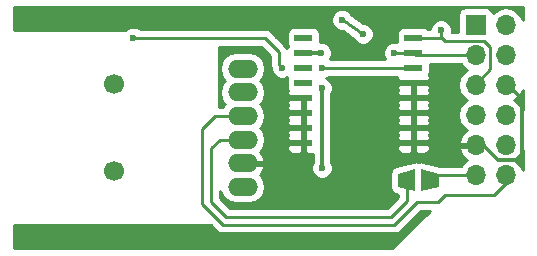
<source format=gtl>
G04 #@! TF.FileFunction,Copper,L1,Top,Signal*
%FSLAX46Y46*%
G04 Gerber Fmt 4.6, Leading zero omitted, Abs format (unit mm)*
G04 Created by KiCad (PCBNEW 4.0.5-e0-6337~49~ubuntu14.04.1) date Sun Mar 12 14:50:38 2017*
%MOMM*%
%LPD*%
G01*
G04 APERTURE LIST*
%ADD10C,0.100000*%
%ADD11C,0.600000*%
%ADD12R,1.700000X1.700000*%
%ADD13O,1.700000X1.700000*%
%ADD14O,2.540000X1.524000*%
%ADD15R,1.500000X0.600000*%
%ADD16C,1.700000*%
%ADD17C,0.300000*%
%ADD18C,0.250000*%
%ADD19C,0.254000*%
G04 APERTURE END LIST*
D10*
D11*
X155829000Y-116713000D03*
X155829000Y-107188000D03*
X145542000Y-107188000D03*
X134747000Y-107188000D03*
X134747000Y-126492000D03*
X145669000Y-126492000D03*
X155956000Y-126492000D03*
X165989000Y-126492000D03*
X171259500Y-111887000D03*
X171259500Y-108648500D03*
X156400500Y-109093000D03*
X155003500Y-110299500D03*
D10*
G36*
X170025000Y-120735000D02*
X170025000Y-121835000D01*
X168525000Y-122235000D01*
X168525000Y-120335000D01*
X170025000Y-120735000D01*
X170025000Y-120735000D01*
G37*
G36*
X168025000Y-120335000D02*
X168025000Y-122235000D01*
X166525000Y-121835000D01*
X166525000Y-120735000D01*
X168025000Y-120335000D01*
X168025000Y-120335000D01*
G37*
D12*
X173125476Y-108140000D03*
D13*
X175665476Y-108140000D03*
X173125476Y-110680000D03*
X175665476Y-110680000D03*
X173125476Y-113220000D03*
X175665476Y-113220000D03*
X173125476Y-115760000D03*
X175665476Y-115760000D03*
X173125476Y-118300000D03*
X175665476Y-118300000D03*
X173125476Y-120840000D03*
X175665476Y-120840000D03*
D14*
X153384000Y-111840000D03*
X153384000Y-113840000D03*
X153384000Y-115840000D03*
X153384000Y-117840000D03*
X153384000Y-119840000D03*
X153384000Y-121840000D03*
D15*
X158545000Y-109220000D03*
X158545000Y-110490000D03*
X158545000Y-111760000D03*
X158545000Y-113030000D03*
X158545000Y-114300000D03*
X158545000Y-115570000D03*
X158545000Y-116840000D03*
X158545000Y-118110000D03*
X167845000Y-118110000D03*
X167845000Y-116840000D03*
X167845000Y-115570000D03*
X167845000Y-114300000D03*
X167845000Y-113030000D03*
X167845000Y-111760000D03*
X167845000Y-110490000D03*
X167845000Y-109220000D03*
D16*
X142494000Y-113157000D03*
X142494000Y-120523000D03*
D11*
X155829000Y-112903000D03*
X160121600Y-120243600D03*
X160121600Y-113487200D03*
X160020000Y-110490000D03*
X169481500Y-118237000D03*
X166243000Y-113030000D03*
X166243000Y-110490000D03*
X170180000Y-108585000D03*
X163576000Y-108902500D03*
X161798000Y-107696000D03*
X144145000Y-109220000D03*
X156718000Y-111760000D03*
X160147000Y-111760000D03*
D17*
X160121600Y-113487200D02*
X160121600Y-120243600D01*
X153464000Y-121920000D02*
X153384000Y-121840000D01*
X158545000Y-110490000D02*
X160020000Y-110490000D01*
X167845000Y-115570000D02*
X169214800Y-115570000D01*
X169481500Y-115836700D02*
X169481500Y-116840000D01*
X169214800Y-115570000D02*
X169481500Y-115836700D01*
X167845000Y-114300000D02*
X166420800Y-114300000D01*
X166243000Y-114122200D02*
X166243000Y-113030000D01*
X166420800Y-114300000D02*
X166243000Y-114122200D01*
X158545000Y-115570000D02*
X156972000Y-115570000D01*
X156972000Y-115570000D02*
X156718000Y-115824000D01*
X158545000Y-116840000D02*
X157035500Y-116840000D01*
X157035500Y-116840000D02*
X156718000Y-116522500D01*
X158545000Y-114300000D02*
X157162500Y-114300000D01*
X157226000Y-118110000D02*
X158545000Y-118110000D01*
X156718000Y-117602000D02*
X156781500Y-117665500D01*
X156781500Y-117665500D02*
X157226000Y-118110000D01*
X156718000Y-114744500D02*
X156718000Y-115824000D01*
X156718000Y-115824000D02*
X156718000Y-116522500D01*
X156718000Y-116522500D02*
X156718000Y-117602000D01*
X157162500Y-114300000D02*
X156718000Y-114744500D01*
X175665476Y-113220000D02*
X175894500Y-113220000D01*
X175894500Y-113220000D02*
X177038000Y-114363500D01*
X177038000Y-114363500D02*
X177038000Y-119253000D01*
X177038000Y-119253000D02*
X176720500Y-119570500D01*
X176720500Y-119570500D02*
X175006000Y-119570500D01*
X175006000Y-119570500D02*
X173735500Y-118300000D01*
X173735500Y-118300000D02*
X173125476Y-118300000D01*
X169481500Y-118237000D02*
X169481500Y-118110000D01*
X167845000Y-118110000D02*
X169481500Y-118110000D01*
X169481500Y-118110000D02*
X169481500Y-116840000D01*
X167845000Y-116840000D02*
X169481500Y-116840000D01*
X166243000Y-113030000D02*
X167845000Y-113030000D01*
D18*
X173125476Y-120840000D02*
X169720000Y-120840000D01*
X169720000Y-120840000D02*
X169275000Y-121285000D01*
X167275000Y-121285000D02*
X167275000Y-123047000D01*
X151463500Y-117840000D02*
X153384000Y-117840000D01*
X150749000Y-118554500D02*
X151463500Y-117840000D01*
X150749000Y-123126500D02*
X150749000Y-118554500D01*
X152019000Y-124396500D02*
X150749000Y-123126500D01*
X165925500Y-124396500D02*
X152019000Y-124396500D01*
X167275000Y-123047000D02*
X165925500Y-124396500D01*
X173125476Y-110680000D02*
X168035000Y-110680000D01*
X168035000Y-110680000D02*
X167845000Y-110490000D01*
X166243000Y-110490000D02*
X167845000Y-110490000D01*
X173125476Y-113220000D02*
X173125476Y-113132524D01*
X173125476Y-113132524D02*
X174371000Y-111887000D01*
X170497500Y-109474000D02*
X170180000Y-109156500D01*
X173863000Y-109474000D02*
X170497500Y-109474000D01*
X174371000Y-109982000D02*
X173863000Y-109474000D01*
X174371000Y-111887000D02*
X174371000Y-109982000D01*
X173125476Y-113220000D02*
X172465500Y-113220000D01*
X170180000Y-108585000D02*
X170180000Y-109029500D01*
X170180000Y-109029500D02*
X170180000Y-109156500D01*
X170180000Y-109156500D02*
X170180000Y-109220000D01*
X167845000Y-109220000D02*
X170180000Y-109220000D01*
X163576000Y-108902500D02*
X161861500Y-107696000D01*
X161861500Y-107696000D02*
X161798000Y-107696000D01*
X175665476Y-120840000D02*
X175665476Y-121514524D01*
X175665476Y-121514524D02*
X174688500Y-122491500D01*
X151066500Y-115824000D02*
X153368000Y-115824000D01*
X149987000Y-116903500D02*
X151066500Y-115824000D01*
X149987000Y-123317000D02*
X149987000Y-116903500D01*
X151701500Y-125031500D02*
X149987000Y-123317000D01*
X166243000Y-125031500D02*
X151701500Y-125031500D01*
X168148000Y-123126500D02*
X166243000Y-125031500D01*
X169926000Y-123126500D02*
X168148000Y-123126500D01*
X170561000Y-122491500D02*
X169926000Y-123126500D01*
X174688500Y-122491500D02*
X170561000Y-122491500D01*
X153368000Y-115824000D02*
X153384000Y-115840000D01*
X167845000Y-111760000D02*
X160147000Y-111760000D01*
X155257500Y-109220000D02*
X144145000Y-109220000D01*
X156464000Y-110426500D02*
X155257500Y-109220000D01*
X156464000Y-111506000D02*
X156464000Y-110426500D01*
X156718000Y-111760000D02*
X156464000Y-111506000D01*
D19*
G36*
X166075908Y-127052000D02*
X134060000Y-127052000D01*
X134060000Y-125095000D01*
X150690198Y-125095000D01*
X151164099Y-125568901D01*
X151410661Y-125733648D01*
X151701500Y-125791500D01*
X166243000Y-125791500D01*
X166533839Y-125733648D01*
X166780401Y-125568901D01*
X168462802Y-123886500D01*
X169241408Y-123886500D01*
X166075908Y-127052000D01*
X166075908Y-127052000D01*
G37*
X166075908Y-127052000D02*
X134060000Y-127052000D01*
X134060000Y-125095000D01*
X150690198Y-125095000D01*
X151164099Y-125568901D01*
X151410661Y-125733648D01*
X151701500Y-125791500D01*
X166243000Y-125791500D01*
X166533839Y-125733648D01*
X166780401Y-125568901D01*
X168462802Y-123886500D01*
X169241408Y-123886500D01*
X166075908Y-127052000D01*
G36*
X155704000Y-110741302D02*
X155704000Y-111506000D01*
X155761852Y-111796839D01*
X155782940Y-111828399D01*
X155782838Y-111945167D01*
X155924883Y-112288943D01*
X156187673Y-112552192D01*
X156531201Y-112694838D01*
X156903167Y-112695162D01*
X157177576Y-112581779D01*
X157147560Y-112730000D01*
X157147560Y-113330000D01*
X157191838Y-113565317D01*
X157250178Y-113655980D01*
X157160000Y-113873690D01*
X157160000Y-114014250D01*
X157318750Y-114173000D01*
X158418000Y-114173000D01*
X158418000Y-114153000D01*
X158672000Y-114153000D01*
X158672000Y-114173000D01*
X158692000Y-114173000D01*
X158692000Y-114427000D01*
X158672000Y-114427000D01*
X158672000Y-115443000D01*
X158692000Y-115443000D01*
X158692000Y-115697000D01*
X158672000Y-115697000D01*
X158672000Y-116713000D01*
X158692000Y-116713000D01*
X158692000Y-116967000D01*
X158672000Y-116967000D01*
X158672000Y-117983000D01*
X158692000Y-117983000D01*
X158692000Y-118237000D01*
X158672000Y-118237000D01*
X158672000Y-118886250D01*
X158830750Y-119045000D01*
X159336600Y-119045000D01*
X159336600Y-119706094D01*
X159329408Y-119713273D01*
X159186762Y-120056801D01*
X159186438Y-120428767D01*
X159328483Y-120772543D01*
X159591273Y-121035792D01*
X159934801Y-121178438D01*
X160306767Y-121178762D01*
X160650543Y-121036717D01*
X160913792Y-120773927D01*
X161056438Y-120430399D01*
X161056762Y-120058433D01*
X160914717Y-119714657D01*
X160906600Y-119706526D01*
X160906600Y-118395750D01*
X166460000Y-118395750D01*
X166460000Y-118536310D01*
X166556673Y-118769699D01*
X166735302Y-118948327D01*
X166968691Y-119045000D01*
X167559250Y-119045000D01*
X167718000Y-118886250D01*
X167718000Y-118237000D01*
X167972000Y-118237000D01*
X167972000Y-118886250D01*
X168130750Y-119045000D01*
X168721309Y-119045000D01*
X168954698Y-118948327D01*
X169133327Y-118769699D01*
X169230000Y-118536310D01*
X169230000Y-118395750D01*
X169071250Y-118237000D01*
X167972000Y-118237000D01*
X167718000Y-118237000D01*
X166618750Y-118237000D01*
X166460000Y-118395750D01*
X160906600Y-118395750D01*
X160906600Y-117125750D01*
X166460000Y-117125750D01*
X166460000Y-117266310D01*
X166546442Y-117475000D01*
X166460000Y-117683690D01*
X166460000Y-117824250D01*
X166618750Y-117983000D01*
X167718000Y-117983000D01*
X167718000Y-116967000D01*
X167972000Y-116967000D01*
X167972000Y-117983000D01*
X169071250Y-117983000D01*
X169230000Y-117824250D01*
X169230000Y-117683690D01*
X169143558Y-117475000D01*
X169230000Y-117266310D01*
X169230000Y-117125750D01*
X169071250Y-116967000D01*
X167972000Y-116967000D01*
X167718000Y-116967000D01*
X166618750Y-116967000D01*
X166460000Y-117125750D01*
X160906600Y-117125750D01*
X160906600Y-115855750D01*
X166460000Y-115855750D01*
X166460000Y-115996310D01*
X166546442Y-116205000D01*
X166460000Y-116413690D01*
X166460000Y-116554250D01*
X166618750Y-116713000D01*
X167718000Y-116713000D01*
X167718000Y-115697000D01*
X167972000Y-115697000D01*
X167972000Y-116713000D01*
X169071250Y-116713000D01*
X169230000Y-116554250D01*
X169230000Y-116413690D01*
X169143558Y-116205000D01*
X169230000Y-115996310D01*
X169230000Y-115855750D01*
X169071250Y-115697000D01*
X167972000Y-115697000D01*
X167718000Y-115697000D01*
X166618750Y-115697000D01*
X166460000Y-115855750D01*
X160906600Y-115855750D01*
X160906600Y-114585750D01*
X166460000Y-114585750D01*
X166460000Y-114726310D01*
X166546442Y-114935000D01*
X166460000Y-115143690D01*
X166460000Y-115284250D01*
X166618750Y-115443000D01*
X167718000Y-115443000D01*
X167718000Y-114427000D01*
X167972000Y-114427000D01*
X167972000Y-115443000D01*
X169071250Y-115443000D01*
X169230000Y-115284250D01*
X169230000Y-115143690D01*
X169143558Y-114935000D01*
X169230000Y-114726310D01*
X169230000Y-114585750D01*
X169071250Y-114427000D01*
X167972000Y-114427000D01*
X167718000Y-114427000D01*
X166618750Y-114427000D01*
X166460000Y-114585750D01*
X160906600Y-114585750D01*
X160906600Y-114024706D01*
X160913792Y-114017527D01*
X161056438Y-113673999D01*
X161056750Y-113315750D01*
X166460000Y-113315750D01*
X166460000Y-113456310D01*
X166546442Y-113665000D01*
X166460000Y-113873690D01*
X166460000Y-114014250D01*
X166618750Y-114173000D01*
X167718000Y-114173000D01*
X167718000Y-113157000D01*
X167972000Y-113157000D01*
X167972000Y-114173000D01*
X169071250Y-114173000D01*
X169230000Y-114014250D01*
X169230000Y-113873690D01*
X169143558Y-113665000D01*
X169230000Y-113456310D01*
X169230000Y-113315750D01*
X169071250Y-113157000D01*
X167972000Y-113157000D01*
X167718000Y-113157000D01*
X166618750Y-113157000D01*
X166460000Y-113315750D01*
X161056750Y-113315750D01*
X161056762Y-113302033D01*
X160914717Y-112958257D01*
X160651927Y-112695008D01*
X160492628Y-112628861D01*
X160675943Y-112553117D01*
X160709118Y-112520000D01*
X166494666Y-112520000D01*
X166460000Y-112603690D01*
X166460000Y-112744250D01*
X166618750Y-112903000D01*
X167718000Y-112903000D01*
X167718000Y-112883000D01*
X167972000Y-112883000D01*
X167972000Y-112903000D01*
X169071250Y-112903000D01*
X169230000Y-112744250D01*
X169230000Y-112603690D01*
X169140194Y-112386878D01*
X169191431Y-112311890D01*
X169242440Y-112060000D01*
X169242440Y-111460000D01*
X169238677Y-111440000D01*
X171852522Y-111440000D01*
X172046329Y-111730054D01*
X172375502Y-111950000D01*
X172046329Y-112169946D01*
X171724422Y-112651715D01*
X171611383Y-113220000D01*
X171724422Y-113788285D01*
X172046329Y-114270054D01*
X172375502Y-114490000D01*
X172046329Y-114709946D01*
X171724422Y-115191715D01*
X171611383Y-115760000D01*
X171724422Y-116328285D01*
X172046329Y-116810054D01*
X172387029Y-117037702D01*
X172244118Y-117104817D01*
X171853831Y-117533076D01*
X171684000Y-117943110D01*
X171805321Y-118173000D01*
X172998476Y-118173000D01*
X172998476Y-118153000D01*
X173252476Y-118153000D01*
X173252476Y-118173000D01*
X173272476Y-118173000D01*
X173272476Y-118427000D01*
X173252476Y-118427000D01*
X173252476Y-118447000D01*
X172998476Y-118447000D01*
X172998476Y-118427000D01*
X171805321Y-118427000D01*
X171684000Y-118656890D01*
X171853831Y-119066924D01*
X172244118Y-119495183D01*
X172387029Y-119562298D01*
X172046329Y-119789946D01*
X171852522Y-120080000D01*
X170081492Y-120080000D01*
X168691821Y-119709421D01*
X168542887Y-119687807D01*
X168289683Y-119731838D01*
X168265958Y-119747105D01*
X168114707Y-119693805D01*
X167858179Y-119709421D01*
X166358179Y-120109421D01*
X166073559Y-120270910D01*
X165928569Y-120483110D01*
X165877560Y-120735000D01*
X165877560Y-121835000D01*
X165960261Y-122151619D01*
X166127937Y-122346390D01*
X166358179Y-122460579D01*
X166515000Y-122502398D01*
X166515000Y-122732198D01*
X165610698Y-123636500D01*
X152333802Y-123636500D01*
X151509000Y-122811698D01*
X151509000Y-122178447D01*
X151548019Y-122374609D01*
X151850851Y-122827828D01*
X152304070Y-123130660D01*
X152838679Y-123237000D01*
X153929321Y-123237000D01*
X154463930Y-123130660D01*
X154917149Y-122827828D01*
X155219981Y-122374609D01*
X155326321Y-121840000D01*
X155219981Y-121305391D01*
X154917149Y-120852172D01*
X154868562Y-120819707D01*
X154969630Y-120738026D01*
X155231260Y-120257277D01*
X155246220Y-120183070D01*
X155123720Y-119967000D01*
X153511000Y-119967000D01*
X153511000Y-119987000D01*
X153257000Y-119987000D01*
X153257000Y-119967000D01*
X153237000Y-119967000D01*
X153237000Y-119713000D01*
X153257000Y-119713000D01*
X153257000Y-119693000D01*
X153511000Y-119693000D01*
X153511000Y-119713000D01*
X155123720Y-119713000D01*
X155246220Y-119496930D01*
X155231260Y-119422723D01*
X154969630Y-118941974D01*
X154868562Y-118860293D01*
X154917149Y-118827828D01*
X155205855Y-118395750D01*
X157160000Y-118395750D01*
X157160000Y-118536310D01*
X157256673Y-118769699D01*
X157435302Y-118948327D01*
X157668691Y-119045000D01*
X158259250Y-119045000D01*
X158418000Y-118886250D01*
X158418000Y-118237000D01*
X157318750Y-118237000D01*
X157160000Y-118395750D01*
X155205855Y-118395750D01*
X155219981Y-118374609D01*
X155326321Y-117840000D01*
X155219981Y-117305391D01*
X155099949Y-117125750D01*
X157160000Y-117125750D01*
X157160000Y-117266310D01*
X157246442Y-117475000D01*
X157160000Y-117683690D01*
X157160000Y-117824250D01*
X157318750Y-117983000D01*
X158418000Y-117983000D01*
X158418000Y-116967000D01*
X157318750Y-116967000D01*
X157160000Y-117125750D01*
X155099949Y-117125750D01*
X154917149Y-116852172D01*
X154898932Y-116840000D01*
X154917149Y-116827828D01*
X155219981Y-116374609D01*
X155323188Y-115855750D01*
X157160000Y-115855750D01*
X157160000Y-115996310D01*
X157246442Y-116205000D01*
X157160000Y-116413690D01*
X157160000Y-116554250D01*
X157318750Y-116713000D01*
X158418000Y-116713000D01*
X158418000Y-115697000D01*
X157318750Y-115697000D01*
X157160000Y-115855750D01*
X155323188Y-115855750D01*
X155326321Y-115840000D01*
X155219981Y-115305391D01*
X154917149Y-114852172D01*
X154898932Y-114840000D01*
X154917149Y-114827828D01*
X155078900Y-114585750D01*
X157160000Y-114585750D01*
X157160000Y-114726310D01*
X157246442Y-114935000D01*
X157160000Y-115143690D01*
X157160000Y-115284250D01*
X157318750Y-115443000D01*
X158418000Y-115443000D01*
X158418000Y-114427000D01*
X157318750Y-114427000D01*
X157160000Y-114585750D01*
X155078900Y-114585750D01*
X155219981Y-114374609D01*
X155326321Y-113840000D01*
X155219981Y-113305391D01*
X154917149Y-112852172D01*
X154898932Y-112840000D01*
X154917149Y-112827828D01*
X155219981Y-112374609D01*
X155326321Y-111840000D01*
X155219981Y-111305391D01*
X154917149Y-110852172D01*
X154463930Y-110549340D01*
X153929321Y-110443000D01*
X152838679Y-110443000D01*
X152304070Y-110549340D01*
X151850851Y-110852172D01*
X151548019Y-111305391D01*
X151441679Y-111840000D01*
X151548019Y-112374609D01*
X151850851Y-112827828D01*
X151869068Y-112840000D01*
X151850851Y-112852172D01*
X151548019Y-113305391D01*
X151441679Y-113840000D01*
X151548019Y-114374609D01*
X151850851Y-114827828D01*
X151869068Y-114840000D01*
X151850851Y-114852172D01*
X151709312Y-115064000D01*
X151433629Y-115064000D01*
X151393910Y-109980000D01*
X154942698Y-109980000D01*
X155704000Y-110741302D01*
X155704000Y-110741302D01*
G37*
X155704000Y-110741302D02*
X155704000Y-111506000D01*
X155761852Y-111796839D01*
X155782940Y-111828399D01*
X155782838Y-111945167D01*
X155924883Y-112288943D01*
X156187673Y-112552192D01*
X156531201Y-112694838D01*
X156903167Y-112695162D01*
X157177576Y-112581779D01*
X157147560Y-112730000D01*
X157147560Y-113330000D01*
X157191838Y-113565317D01*
X157250178Y-113655980D01*
X157160000Y-113873690D01*
X157160000Y-114014250D01*
X157318750Y-114173000D01*
X158418000Y-114173000D01*
X158418000Y-114153000D01*
X158672000Y-114153000D01*
X158672000Y-114173000D01*
X158692000Y-114173000D01*
X158692000Y-114427000D01*
X158672000Y-114427000D01*
X158672000Y-115443000D01*
X158692000Y-115443000D01*
X158692000Y-115697000D01*
X158672000Y-115697000D01*
X158672000Y-116713000D01*
X158692000Y-116713000D01*
X158692000Y-116967000D01*
X158672000Y-116967000D01*
X158672000Y-117983000D01*
X158692000Y-117983000D01*
X158692000Y-118237000D01*
X158672000Y-118237000D01*
X158672000Y-118886250D01*
X158830750Y-119045000D01*
X159336600Y-119045000D01*
X159336600Y-119706094D01*
X159329408Y-119713273D01*
X159186762Y-120056801D01*
X159186438Y-120428767D01*
X159328483Y-120772543D01*
X159591273Y-121035792D01*
X159934801Y-121178438D01*
X160306767Y-121178762D01*
X160650543Y-121036717D01*
X160913792Y-120773927D01*
X161056438Y-120430399D01*
X161056762Y-120058433D01*
X160914717Y-119714657D01*
X160906600Y-119706526D01*
X160906600Y-118395750D01*
X166460000Y-118395750D01*
X166460000Y-118536310D01*
X166556673Y-118769699D01*
X166735302Y-118948327D01*
X166968691Y-119045000D01*
X167559250Y-119045000D01*
X167718000Y-118886250D01*
X167718000Y-118237000D01*
X167972000Y-118237000D01*
X167972000Y-118886250D01*
X168130750Y-119045000D01*
X168721309Y-119045000D01*
X168954698Y-118948327D01*
X169133327Y-118769699D01*
X169230000Y-118536310D01*
X169230000Y-118395750D01*
X169071250Y-118237000D01*
X167972000Y-118237000D01*
X167718000Y-118237000D01*
X166618750Y-118237000D01*
X166460000Y-118395750D01*
X160906600Y-118395750D01*
X160906600Y-117125750D01*
X166460000Y-117125750D01*
X166460000Y-117266310D01*
X166546442Y-117475000D01*
X166460000Y-117683690D01*
X166460000Y-117824250D01*
X166618750Y-117983000D01*
X167718000Y-117983000D01*
X167718000Y-116967000D01*
X167972000Y-116967000D01*
X167972000Y-117983000D01*
X169071250Y-117983000D01*
X169230000Y-117824250D01*
X169230000Y-117683690D01*
X169143558Y-117475000D01*
X169230000Y-117266310D01*
X169230000Y-117125750D01*
X169071250Y-116967000D01*
X167972000Y-116967000D01*
X167718000Y-116967000D01*
X166618750Y-116967000D01*
X166460000Y-117125750D01*
X160906600Y-117125750D01*
X160906600Y-115855750D01*
X166460000Y-115855750D01*
X166460000Y-115996310D01*
X166546442Y-116205000D01*
X166460000Y-116413690D01*
X166460000Y-116554250D01*
X166618750Y-116713000D01*
X167718000Y-116713000D01*
X167718000Y-115697000D01*
X167972000Y-115697000D01*
X167972000Y-116713000D01*
X169071250Y-116713000D01*
X169230000Y-116554250D01*
X169230000Y-116413690D01*
X169143558Y-116205000D01*
X169230000Y-115996310D01*
X169230000Y-115855750D01*
X169071250Y-115697000D01*
X167972000Y-115697000D01*
X167718000Y-115697000D01*
X166618750Y-115697000D01*
X166460000Y-115855750D01*
X160906600Y-115855750D01*
X160906600Y-114585750D01*
X166460000Y-114585750D01*
X166460000Y-114726310D01*
X166546442Y-114935000D01*
X166460000Y-115143690D01*
X166460000Y-115284250D01*
X166618750Y-115443000D01*
X167718000Y-115443000D01*
X167718000Y-114427000D01*
X167972000Y-114427000D01*
X167972000Y-115443000D01*
X169071250Y-115443000D01*
X169230000Y-115284250D01*
X169230000Y-115143690D01*
X169143558Y-114935000D01*
X169230000Y-114726310D01*
X169230000Y-114585750D01*
X169071250Y-114427000D01*
X167972000Y-114427000D01*
X167718000Y-114427000D01*
X166618750Y-114427000D01*
X166460000Y-114585750D01*
X160906600Y-114585750D01*
X160906600Y-114024706D01*
X160913792Y-114017527D01*
X161056438Y-113673999D01*
X161056750Y-113315750D01*
X166460000Y-113315750D01*
X166460000Y-113456310D01*
X166546442Y-113665000D01*
X166460000Y-113873690D01*
X166460000Y-114014250D01*
X166618750Y-114173000D01*
X167718000Y-114173000D01*
X167718000Y-113157000D01*
X167972000Y-113157000D01*
X167972000Y-114173000D01*
X169071250Y-114173000D01*
X169230000Y-114014250D01*
X169230000Y-113873690D01*
X169143558Y-113665000D01*
X169230000Y-113456310D01*
X169230000Y-113315750D01*
X169071250Y-113157000D01*
X167972000Y-113157000D01*
X167718000Y-113157000D01*
X166618750Y-113157000D01*
X166460000Y-113315750D01*
X161056750Y-113315750D01*
X161056762Y-113302033D01*
X160914717Y-112958257D01*
X160651927Y-112695008D01*
X160492628Y-112628861D01*
X160675943Y-112553117D01*
X160709118Y-112520000D01*
X166494666Y-112520000D01*
X166460000Y-112603690D01*
X166460000Y-112744250D01*
X166618750Y-112903000D01*
X167718000Y-112903000D01*
X167718000Y-112883000D01*
X167972000Y-112883000D01*
X167972000Y-112903000D01*
X169071250Y-112903000D01*
X169230000Y-112744250D01*
X169230000Y-112603690D01*
X169140194Y-112386878D01*
X169191431Y-112311890D01*
X169242440Y-112060000D01*
X169242440Y-111460000D01*
X169238677Y-111440000D01*
X171852522Y-111440000D01*
X172046329Y-111730054D01*
X172375502Y-111950000D01*
X172046329Y-112169946D01*
X171724422Y-112651715D01*
X171611383Y-113220000D01*
X171724422Y-113788285D01*
X172046329Y-114270054D01*
X172375502Y-114490000D01*
X172046329Y-114709946D01*
X171724422Y-115191715D01*
X171611383Y-115760000D01*
X171724422Y-116328285D01*
X172046329Y-116810054D01*
X172387029Y-117037702D01*
X172244118Y-117104817D01*
X171853831Y-117533076D01*
X171684000Y-117943110D01*
X171805321Y-118173000D01*
X172998476Y-118173000D01*
X172998476Y-118153000D01*
X173252476Y-118153000D01*
X173252476Y-118173000D01*
X173272476Y-118173000D01*
X173272476Y-118427000D01*
X173252476Y-118427000D01*
X173252476Y-118447000D01*
X172998476Y-118447000D01*
X172998476Y-118427000D01*
X171805321Y-118427000D01*
X171684000Y-118656890D01*
X171853831Y-119066924D01*
X172244118Y-119495183D01*
X172387029Y-119562298D01*
X172046329Y-119789946D01*
X171852522Y-120080000D01*
X170081492Y-120080000D01*
X168691821Y-119709421D01*
X168542887Y-119687807D01*
X168289683Y-119731838D01*
X168265958Y-119747105D01*
X168114707Y-119693805D01*
X167858179Y-119709421D01*
X166358179Y-120109421D01*
X166073559Y-120270910D01*
X165928569Y-120483110D01*
X165877560Y-120735000D01*
X165877560Y-121835000D01*
X165960261Y-122151619D01*
X166127937Y-122346390D01*
X166358179Y-122460579D01*
X166515000Y-122502398D01*
X166515000Y-122732198D01*
X165610698Y-123636500D01*
X152333802Y-123636500D01*
X151509000Y-122811698D01*
X151509000Y-122178447D01*
X151548019Y-122374609D01*
X151850851Y-122827828D01*
X152304070Y-123130660D01*
X152838679Y-123237000D01*
X153929321Y-123237000D01*
X154463930Y-123130660D01*
X154917149Y-122827828D01*
X155219981Y-122374609D01*
X155326321Y-121840000D01*
X155219981Y-121305391D01*
X154917149Y-120852172D01*
X154868562Y-120819707D01*
X154969630Y-120738026D01*
X155231260Y-120257277D01*
X155246220Y-120183070D01*
X155123720Y-119967000D01*
X153511000Y-119967000D01*
X153511000Y-119987000D01*
X153257000Y-119987000D01*
X153257000Y-119967000D01*
X153237000Y-119967000D01*
X153237000Y-119713000D01*
X153257000Y-119713000D01*
X153257000Y-119693000D01*
X153511000Y-119693000D01*
X153511000Y-119713000D01*
X155123720Y-119713000D01*
X155246220Y-119496930D01*
X155231260Y-119422723D01*
X154969630Y-118941974D01*
X154868562Y-118860293D01*
X154917149Y-118827828D01*
X155205855Y-118395750D01*
X157160000Y-118395750D01*
X157160000Y-118536310D01*
X157256673Y-118769699D01*
X157435302Y-118948327D01*
X157668691Y-119045000D01*
X158259250Y-119045000D01*
X158418000Y-118886250D01*
X158418000Y-118237000D01*
X157318750Y-118237000D01*
X157160000Y-118395750D01*
X155205855Y-118395750D01*
X155219981Y-118374609D01*
X155326321Y-117840000D01*
X155219981Y-117305391D01*
X155099949Y-117125750D01*
X157160000Y-117125750D01*
X157160000Y-117266310D01*
X157246442Y-117475000D01*
X157160000Y-117683690D01*
X157160000Y-117824250D01*
X157318750Y-117983000D01*
X158418000Y-117983000D01*
X158418000Y-116967000D01*
X157318750Y-116967000D01*
X157160000Y-117125750D01*
X155099949Y-117125750D01*
X154917149Y-116852172D01*
X154898932Y-116840000D01*
X154917149Y-116827828D01*
X155219981Y-116374609D01*
X155323188Y-115855750D01*
X157160000Y-115855750D01*
X157160000Y-115996310D01*
X157246442Y-116205000D01*
X157160000Y-116413690D01*
X157160000Y-116554250D01*
X157318750Y-116713000D01*
X158418000Y-116713000D01*
X158418000Y-115697000D01*
X157318750Y-115697000D01*
X157160000Y-115855750D01*
X155323188Y-115855750D01*
X155326321Y-115840000D01*
X155219981Y-115305391D01*
X154917149Y-114852172D01*
X154898932Y-114840000D01*
X154917149Y-114827828D01*
X155078900Y-114585750D01*
X157160000Y-114585750D01*
X157160000Y-114726310D01*
X157246442Y-114935000D01*
X157160000Y-115143690D01*
X157160000Y-115284250D01*
X157318750Y-115443000D01*
X158418000Y-115443000D01*
X158418000Y-114427000D01*
X157318750Y-114427000D01*
X157160000Y-114585750D01*
X155078900Y-114585750D01*
X155219981Y-114374609D01*
X155326321Y-113840000D01*
X155219981Y-113305391D01*
X154917149Y-112852172D01*
X154898932Y-112840000D01*
X154917149Y-112827828D01*
X155219981Y-112374609D01*
X155326321Y-111840000D01*
X155219981Y-111305391D01*
X154917149Y-110852172D01*
X154463930Y-110549340D01*
X153929321Y-110443000D01*
X152838679Y-110443000D01*
X152304070Y-110549340D01*
X151850851Y-110852172D01*
X151548019Y-111305391D01*
X151441679Y-111840000D01*
X151548019Y-112374609D01*
X151850851Y-112827828D01*
X151869068Y-112840000D01*
X151850851Y-112852172D01*
X151548019Y-113305391D01*
X151441679Y-113840000D01*
X151548019Y-114374609D01*
X151850851Y-114827828D01*
X151869068Y-114840000D01*
X151850851Y-114852172D01*
X151709312Y-115064000D01*
X151433629Y-115064000D01*
X151393910Y-109980000D01*
X154942698Y-109980000D01*
X155704000Y-110741302D01*
G36*
X177090000Y-120389707D02*
X177066530Y-120271715D01*
X176744623Y-119789946D01*
X176415450Y-119570000D01*
X176744623Y-119350054D01*
X177066530Y-118868285D01*
X177090000Y-118750293D01*
X177090000Y-120389707D01*
X177090000Y-120389707D01*
G37*
X177090000Y-120389707D02*
X177066530Y-120271715D01*
X176744623Y-119789946D01*
X176415450Y-119570000D01*
X176744623Y-119350054D01*
X177066530Y-118868285D01*
X177090000Y-118750293D01*
X177090000Y-120389707D01*
G36*
X177090000Y-115309707D02*
X177066530Y-115191715D01*
X176744623Y-114709946D01*
X176403923Y-114482298D01*
X176546834Y-114415183D01*
X176937121Y-113986924D01*
X177090000Y-113617818D01*
X177090000Y-115309707D01*
X177090000Y-115309707D01*
G37*
X177090000Y-115309707D02*
X177066530Y-115191715D01*
X176744623Y-114709946D01*
X176403923Y-114482298D01*
X176546834Y-114415183D01*
X176937121Y-113986924D01*
X177090000Y-113617818D01*
X177090000Y-115309707D01*
G36*
X175792476Y-113093000D02*
X175812476Y-113093000D01*
X175812476Y-113347000D01*
X175792476Y-113347000D01*
X175792476Y-113367000D01*
X175538476Y-113367000D01*
X175538476Y-113347000D01*
X175518476Y-113347000D01*
X175518476Y-113093000D01*
X175538476Y-113093000D01*
X175538476Y-113073000D01*
X175792476Y-113073000D01*
X175792476Y-113093000D01*
X175792476Y-113093000D01*
G37*
X175792476Y-113093000D02*
X175812476Y-113093000D01*
X175812476Y-113347000D01*
X175792476Y-113347000D01*
X175792476Y-113367000D01*
X175538476Y-113367000D01*
X175538476Y-113347000D01*
X175518476Y-113347000D01*
X175518476Y-113093000D01*
X175538476Y-113093000D01*
X175538476Y-113073000D01*
X175792476Y-113073000D01*
X175792476Y-113093000D01*
G36*
X177090000Y-107689707D02*
X177066530Y-107571715D01*
X176744623Y-107089946D01*
X176262854Y-106768039D01*
X175694569Y-106655000D01*
X175636383Y-106655000D01*
X175068098Y-106768039D01*
X174586329Y-107089946D01*
X174585505Y-107091179D01*
X174578638Y-107054683D01*
X174439566Y-106838559D01*
X174227366Y-106693569D01*
X173975476Y-106642560D01*
X172275476Y-106642560D01*
X172040159Y-106686838D01*
X171824035Y-106825910D01*
X171679045Y-107038110D01*
X171628036Y-107290000D01*
X171628036Y-108714000D01*
X171114888Y-108714000D01*
X171115162Y-108399833D01*
X170973117Y-108056057D01*
X170710327Y-107792808D01*
X170366799Y-107650162D01*
X169994833Y-107649838D01*
X169651057Y-107791883D01*
X169387808Y-108054673D01*
X169245162Y-108398201D01*
X169245108Y-108460000D01*
X169046563Y-108460000D01*
X168846890Y-108323569D01*
X168595000Y-108272560D01*
X167095000Y-108272560D01*
X166859683Y-108316838D01*
X166643559Y-108455910D01*
X166498569Y-108668110D01*
X166447560Y-108920000D01*
X166447560Y-109520000D01*
X166456242Y-109566142D01*
X166429799Y-109555162D01*
X166057833Y-109554838D01*
X165714057Y-109696883D01*
X165450808Y-109959673D01*
X165308162Y-110303201D01*
X165307838Y-110675167D01*
X165442056Y-111000000D01*
X160820633Y-111000000D01*
X160954838Y-110676799D01*
X160955162Y-110304833D01*
X160813117Y-109961057D01*
X160550327Y-109697808D01*
X160206799Y-109555162D01*
X159935367Y-109554926D01*
X159942440Y-109520000D01*
X159942440Y-108920000D01*
X159898162Y-108684683D01*
X159759090Y-108468559D01*
X159546890Y-108323569D01*
X159295000Y-108272560D01*
X157795000Y-108272560D01*
X157559683Y-108316838D01*
X157343559Y-108455910D01*
X157198569Y-108668110D01*
X157147560Y-108920000D01*
X157147560Y-109520000D01*
X157191838Y-109755317D01*
X157255678Y-109854528D01*
X157198569Y-109938110D01*
X157160328Y-110126950D01*
X157001401Y-109889099D01*
X155794901Y-108682599D01*
X155548339Y-108517852D01*
X155257500Y-108460000D01*
X144707463Y-108460000D01*
X144675327Y-108427808D01*
X144331799Y-108285162D01*
X143959833Y-108284838D01*
X143616057Y-108426883D01*
X143457664Y-108585000D01*
X134060000Y-108585000D01*
X134060000Y-107881167D01*
X160862838Y-107881167D01*
X161004883Y-108224943D01*
X161267673Y-108488192D01*
X161611201Y-108630838D01*
X161869668Y-108631063D01*
X162690982Y-109209025D01*
X162782883Y-109431443D01*
X163045673Y-109694692D01*
X163389201Y-109837338D01*
X163761167Y-109837662D01*
X164104943Y-109695617D01*
X164368192Y-109432827D01*
X164510838Y-109089299D01*
X164511162Y-108717333D01*
X164369117Y-108373557D01*
X164106327Y-108110308D01*
X163762799Y-107967662D01*
X163567911Y-107967492D01*
X162656985Y-107326470D01*
X162591117Y-107167057D01*
X162328327Y-106903808D01*
X161984799Y-106761162D01*
X161612833Y-106760838D01*
X161269057Y-106902883D01*
X161005808Y-107165673D01*
X160863162Y-107509201D01*
X160862838Y-107881167D01*
X134060000Y-107881167D01*
X134060000Y-106628000D01*
X177090000Y-106628000D01*
X177090000Y-107689707D01*
X177090000Y-107689707D01*
G37*
X177090000Y-107689707D02*
X177066530Y-107571715D01*
X176744623Y-107089946D01*
X176262854Y-106768039D01*
X175694569Y-106655000D01*
X175636383Y-106655000D01*
X175068098Y-106768039D01*
X174586329Y-107089946D01*
X174585505Y-107091179D01*
X174578638Y-107054683D01*
X174439566Y-106838559D01*
X174227366Y-106693569D01*
X173975476Y-106642560D01*
X172275476Y-106642560D01*
X172040159Y-106686838D01*
X171824035Y-106825910D01*
X171679045Y-107038110D01*
X171628036Y-107290000D01*
X171628036Y-108714000D01*
X171114888Y-108714000D01*
X171115162Y-108399833D01*
X170973117Y-108056057D01*
X170710327Y-107792808D01*
X170366799Y-107650162D01*
X169994833Y-107649838D01*
X169651057Y-107791883D01*
X169387808Y-108054673D01*
X169245162Y-108398201D01*
X169245108Y-108460000D01*
X169046563Y-108460000D01*
X168846890Y-108323569D01*
X168595000Y-108272560D01*
X167095000Y-108272560D01*
X166859683Y-108316838D01*
X166643559Y-108455910D01*
X166498569Y-108668110D01*
X166447560Y-108920000D01*
X166447560Y-109520000D01*
X166456242Y-109566142D01*
X166429799Y-109555162D01*
X166057833Y-109554838D01*
X165714057Y-109696883D01*
X165450808Y-109959673D01*
X165308162Y-110303201D01*
X165307838Y-110675167D01*
X165442056Y-111000000D01*
X160820633Y-111000000D01*
X160954838Y-110676799D01*
X160955162Y-110304833D01*
X160813117Y-109961057D01*
X160550327Y-109697808D01*
X160206799Y-109555162D01*
X159935367Y-109554926D01*
X159942440Y-109520000D01*
X159942440Y-108920000D01*
X159898162Y-108684683D01*
X159759090Y-108468559D01*
X159546890Y-108323569D01*
X159295000Y-108272560D01*
X157795000Y-108272560D01*
X157559683Y-108316838D01*
X157343559Y-108455910D01*
X157198569Y-108668110D01*
X157147560Y-108920000D01*
X157147560Y-109520000D01*
X157191838Y-109755317D01*
X157255678Y-109854528D01*
X157198569Y-109938110D01*
X157160328Y-110126950D01*
X157001401Y-109889099D01*
X155794901Y-108682599D01*
X155548339Y-108517852D01*
X155257500Y-108460000D01*
X144707463Y-108460000D01*
X144675327Y-108427808D01*
X144331799Y-108285162D01*
X143959833Y-108284838D01*
X143616057Y-108426883D01*
X143457664Y-108585000D01*
X134060000Y-108585000D01*
X134060000Y-107881167D01*
X160862838Y-107881167D01*
X161004883Y-108224943D01*
X161267673Y-108488192D01*
X161611201Y-108630838D01*
X161869668Y-108631063D01*
X162690982Y-109209025D01*
X162782883Y-109431443D01*
X163045673Y-109694692D01*
X163389201Y-109837338D01*
X163761167Y-109837662D01*
X164104943Y-109695617D01*
X164368192Y-109432827D01*
X164510838Y-109089299D01*
X164511162Y-108717333D01*
X164369117Y-108373557D01*
X164106327Y-108110308D01*
X163762799Y-107967662D01*
X163567911Y-107967492D01*
X162656985Y-107326470D01*
X162591117Y-107167057D01*
X162328327Y-106903808D01*
X161984799Y-106761162D01*
X161612833Y-106760838D01*
X161269057Y-106902883D01*
X161005808Y-107165673D01*
X160863162Y-107509201D01*
X160862838Y-107881167D01*
X134060000Y-107881167D01*
X134060000Y-106628000D01*
X177090000Y-106628000D01*
X177090000Y-107689707D01*
M02*

</source>
